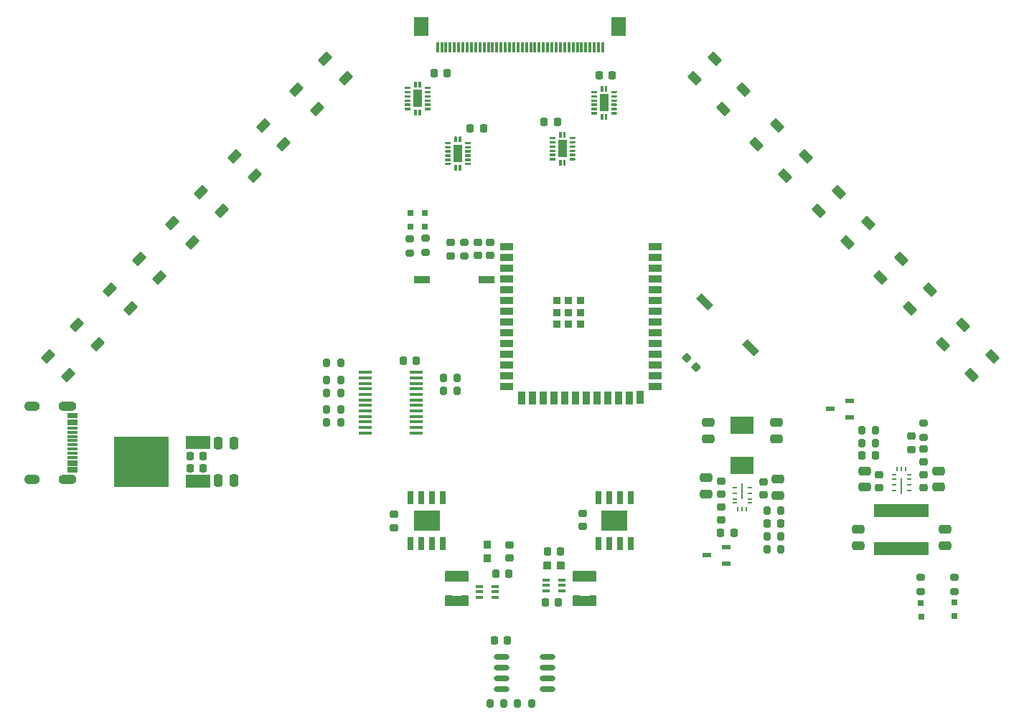
<source format=gbr>
%TF.GenerationSoftware,KiCad,Pcbnew,8.0.1*%
%TF.CreationDate,2024-07-22T13:19:01+02:00*%
%TF.ProjectId,LineFollower_V2,4c696e65-466f-46c6-9c6f-7765725f5632,rev?*%
%TF.SameCoordinates,Original*%
%TF.FileFunction,Paste,Top*%
%TF.FilePolarity,Positive*%
%FSLAX46Y46*%
G04 Gerber Fmt 4.6, Leading zero omitted, Abs format (unit mm)*
G04 Created by KiCad (PCBNEW 8.0.1) date 2024-07-22 13:19:01*
%MOMM*%
%LPD*%
G01*
G04 APERTURE LIST*
G04 Aperture macros list*
%AMRoundRect*
0 Rectangle with rounded corners*
0 $1 Rounding radius*
0 $2 $3 $4 $5 $6 $7 $8 $9 X,Y pos of 4 corners*
0 Add a 4 corners polygon primitive as box body*
4,1,4,$2,$3,$4,$5,$6,$7,$8,$9,$2,$3,0*
0 Add four circle primitives for the rounded corners*
1,1,$1+$1,$2,$3*
1,1,$1+$1,$4,$5*
1,1,$1+$1,$6,$7*
1,1,$1+$1,$8,$9*
0 Add four rect primitives between the rounded corners*
20,1,$1+$1,$2,$3,$4,$5,0*
20,1,$1+$1,$4,$5,$6,$7,0*
20,1,$1+$1,$6,$7,$8,$9,0*
20,1,$1+$1,$8,$9,$2,$3,0*%
%AMRotRect*
0 Rectangle, with rotation*
0 The origin of the aperture is its center*
0 $1 length*
0 $2 width*
0 $3 Rotation angle, in degrees counterclockwise*
0 Add horizontal line*
21,1,$1,$2,0,0,$3*%
G04 Aperture macros list end*
%ADD10C,0.000000*%
%ADD11RoundRect,0.225000X0.225000X0.250000X-0.225000X0.250000X-0.225000X-0.250000X0.225000X-0.250000X0*%
%ADD12RotRect,1.500000X1.000000X313.000000*%
%ADD13RoundRect,0.250000X0.475000X-0.250000X0.475000X0.250000X-0.475000X0.250000X-0.475000X-0.250000X0*%
%ADD14R,0.600000X0.250000*%
%ADD15R,0.250000X0.600000*%
%ADD16R,0.250000X1.825000*%
%ADD17RoundRect,0.225000X0.250000X-0.225000X0.250000X0.225000X-0.250000X0.225000X-0.250000X-0.225000X0*%
%ADD18R,2.808000X1.282500*%
%ADD19RoundRect,0.200000X0.200000X0.275000X-0.200000X0.275000X-0.200000X-0.275000X0.200000X-0.275000X0*%
%ADD20RoundRect,0.200000X-0.200000X-0.275000X0.200000X-0.275000X0.200000X0.275000X-0.200000X0.275000X0*%
%ADD21RoundRect,0.250000X-0.475000X0.250000X-0.475000X-0.250000X0.475000X-0.250000X0.475000X0.250000X0*%
%ADD22RoundRect,0.225000X-0.250000X0.225000X-0.250000X-0.225000X0.250000X-0.225000X0.250000X0.225000X0*%
%ADD23RotRect,1.500000X1.000000X47.000000*%
%ADD24RoundRect,0.225000X-0.335876X-0.017678X-0.017678X-0.335876X0.335876X0.017678X0.017678X0.335876X0*%
%ADD25R,0.280000X0.665000*%
%ADD26R,0.665000X0.280000*%
%ADD27R,1.000000X2.000000*%
%ADD28RoundRect,0.225000X-0.225000X-0.250000X0.225000X-0.250000X0.225000X0.250000X-0.225000X0.250000X0*%
%ADD29R,0.800000X0.800000*%
%ADD30R,1.070000X0.532000*%
%ADD31R,1.920000X0.840000*%
%ADD32O,1.865000X0.630000*%
%ADD33RotRect,0.840000X1.920000X45.000000*%
%ADD34RoundRect,0.200000X0.275000X-0.200000X0.275000X0.200000X-0.275000X0.200000X-0.275000X-0.200000X0*%
%ADD35RoundRect,0.200000X-0.275000X0.200000X-0.275000X-0.200000X0.275000X-0.200000X0.275000X0.200000X0*%
%ADD36R,1.500000X0.900000*%
%ADD37R,0.900000X1.500000*%
%ADD38R,0.900000X0.900000*%
%ADD39R,3.000000X1.600000*%
%ADD40R,6.500000X6.000000*%
%ADD41R,0.300000X1.250000*%
%ADD42R,1.800000X2.200000*%
%ADD43R,6.500000X1.580000*%
%ADD44R,0.806500X0.864000*%
%ADD45R,0.900000X0.400000*%
%ADD46R,2.700000X2.050000*%
%ADD47R,1.150000X0.300000*%
%ADD48R,0.650000X1.525000*%
%ADD49R,3.100000X2.400000*%
%ADD50RoundRect,0.250000X-0.250000X-0.475000X0.250000X-0.475000X0.250000X0.475000X-0.250000X0.475000X0*%
%ADD51R,0.864000X0.806500*%
%ADD52R,1.650000X0.400000*%
G04 APERTURE END LIST*
D10*
%TO.C,R22*%
G36*
X135904000Y-98892500D02*
G01*
X135904000Y-99975000D01*
X135804000Y-100075000D01*
X135077500Y-100075000D01*
X134977500Y-99975000D01*
X134977500Y-99739000D01*
X134877500Y-99639000D01*
X134122500Y-99639000D01*
X134022500Y-99739000D01*
X134022500Y-99975000D01*
X133922500Y-100075000D01*
X133196000Y-100075000D01*
X133096000Y-99975000D01*
X133096000Y-98892500D01*
X133196000Y-98792500D01*
X135804000Y-98792500D01*
X135904000Y-98892500D01*
G37*
G36*
X134022500Y-101775000D02*
G01*
X134022500Y-102011000D01*
X134122500Y-102111000D01*
X134877500Y-102111000D01*
X134977500Y-102011000D01*
X134977500Y-101775000D01*
X135077500Y-101675000D01*
X135804000Y-101675000D01*
X135904000Y-101775000D01*
X135904000Y-102857500D01*
X135804000Y-102957500D01*
X133196000Y-102957500D01*
X133096000Y-102857500D01*
X133096000Y-101775000D01*
X133196000Y-101675000D01*
X133922500Y-101675000D01*
X134022500Y-101775000D01*
G37*
%TO.C,IC8*%
G36*
X151082500Y-42390000D02*
G01*
X150417500Y-42390000D01*
X150417500Y-42110000D01*
X151082500Y-42110000D01*
X151082500Y-42390000D01*
G37*
G36*
X151082500Y-42890000D02*
G01*
X150417500Y-42890000D01*
X150417500Y-42610000D01*
X151082500Y-42610000D01*
X151082500Y-42890000D01*
G37*
G36*
X151082500Y-43390000D02*
G01*
X150417500Y-43390000D01*
X150417500Y-43110000D01*
X151082500Y-43110000D01*
X151082500Y-43390000D01*
G37*
G36*
X151082500Y-43890000D02*
G01*
X150417500Y-43890000D01*
X150417500Y-43610000D01*
X151082500Y-43610000D01*
X151082500Y-43890000D01*
G37*
G36*
X151082500Y-44390000D02*
G01*
X150417500Y-44390000D01*
X150417500Y-44110000D01*
X151082500Y-44110000D01*
X151082500Y-44390000D01*
G37*
G36*
X151082500Y-44890000D02*
G01*
X150417500Y-44890000D01*
X150417500Y-44610000D01*
X151082500Y-44610000D01*
X151082500Y-44890000D01*
G37*
G36*
X152307500Y-44300000D02*
G01*
X151507500Y-44300000D01*
X151507500Y-42700000D01*
X152307500Y-42700000D01*
X152307500Y-44300000D01*
G37*
G36*
X151797500Y-42175000D02*
G01*
X151517500Y-42175000D01*
X151517500Y-41510000D01*
X151797500Y-41510000D01*
X151797500Y-42175000D01*
G37*
G36*
X151797500Y-45490000D02*
G01*
X151517500Y-45490000D01*
X151517500Y-44825000D01*
X151797500Y-44825000D01*
X151797500Y-45490000D01*
G37*
G36*
X152297500Y-42175000D02*
G01*
X152017500Y-42175000D01*
X152017500Y-41510000D01*
X152297500Y-41510000D01*
X152297500Y-42175000D01*
G37*
G36*
X152297500Y-45490000D02*
G01*
X152017500Y-45490000D01*
X152017500Y-44825000D01*
X152297500Y-44825000D01*
X152297500Y-45490000D01*
G37*
G36*
X153397500Y-42390000D02*
G01*
X152732500Y-42390000D01*
X152732500Y-42110000D01*
X153397500Y-42110000D01*
X153397500Y-42390000D01*
G37*
G36*
X153397500Y-42890000D02*
G01*
X152732500Y-42890000D01*
X152732500Y-42610000D01*
X153397500Y-42610000D01*
X153397500Y-42890000D01*
G37*
G36*
X153397500Y-43390000D02*
G01*
X152732500Y-43390000D01*
X152732500Y-43110000D01*
X153397500Y-43110000D01*
X153397500Y-43390000D01*
G37*
G36*
X153397500Y-43890000D02*
G01*
X152732500Y-43890000D01*
X152732500Y-43610000D01*
X153397500Y-43610000D01*
X153397500Y-43890000D01*
G37*
G36*
X153397500Y-44390000D02*
G01*
X152732500Y-44390000D01*
X152732500Y-44110000D01*
X153397500Y-44110000D01*
X153397500Y-44390000D01*
G37*
G36*
X153397500Y-44890000D02*
G01*
X152732500Y-44890000D01*
X152732500Y-44610000D01*
X153397500Y-44610000D01*
X153397500Y-44890000D01*
G37*
%TO.C,R21*%
G36*
X151029000Y-98892500D02*
G01*
X151029000Y-99975000D01*
X150929000Y-100075000D01*
X150202500Y-100075000D01*
X150102500Y-99975000D01*
X150102500Y-99739000D01*
X150002500Y-99639000D01*
X149247500Y-99639000D01*
X149147500Y-99739000D01*
X149147500Y-99975000D01*
X149047500Y-100075000D01*
X148321000Y-100075000D01*
X148221000Y-99975000D01*
X148221000Y-98892500D01*
X148321000Y-98792500D01*
X150929000Y-98792500D01*
X151029000Y-98892500D01*
G37*
G36*
X149147500Y-101775000D02*
G01*
X149147500Y-102011000D01*
X149247500Y-102111000D01*
X150002500Y-102111000D01*
X150102500Y-102011000D01*
X150102500Y-101775000D01*
X150202500Y-101675000D01*
X150929000Y-101675000D01*
X151029000Y-101775000D01*
X151029000Y-102857500D01*
X150929000Y-102957500D01*
X148321000Y-102957500D01*
X148221000Y-102857500D01*
X148221000Y-101775000D01*
X148321000Y-101675000D01*
X149047500Y-101675000D01*
X149147500Y-101775000D01*
G37*
%TO.C,IC5*%
G36*
X133832500Y-48390000D02*
G01*
X133167500Y-48390000D01*
X133167500Y-48110000D01*
X133832500Y-48110000D01*
X133832500Y-48390000D01*
G37*
G36*
X133832500Y-48890000D02*
G01*
X133167500Y-48890000D01*
X133167500Y-48610000D01*
X133832500Y-48610000D01*
X133832500Y-48890000D01*
G37*
G36*
X133832500Y-49390000D02*
G01*
X133167500Y-49390000D01*
X133167500Y-49110000D01*
X133832500Y-49110000D01*
X133832500Y-49390000D01*
G37*
G36*
X133832500Y-49890000D02*
G01*
X133167500Y-49890000D01*
X133167500Y-49610000D01*
X133832500Y-49610000D01*
X133832500Y-49890000D01*
G37*
G36*
X133832500Y-50390000D02*
G01*
X133167500Y-50390000D01*
X133167500Y-50110000D01*
X133832500Y-50110000D01*
X133832500Y-50390000D01*
G37*
G36*
X133832500Y-50890000D02*
G01*
X133167500Y-50890000D01*
X133167500Y-50610000D01*
X133832500Y-50610000D01*
X133832500Y-50890000D01*
G37*
G36*
X135057500Y-50300000D02*
G01*
X134257500Y-50300000D01*
X134257500Y-48700000D01*
X135057500Y-48700000D01*
X135057500Y-50300000D01*
G37*
G36*
X134547500Y-48175000D02*
G01*
X134267500Y-48175000D01*
X134267500Y-47510000D01*
X134547500Y-47510000D01*
X134547500Y-48175000D01*
G37*
G36*
X134547500Y-51490000D02*
G01*
X134267500Y-51490000D01*
X134267500Y-50825000D01*
X134547500Y-50825000D01*
X134547500Y-51490000D01*
G37*
G36*
X135047500Y-48175000D02*
G01*
X134767500Y-48175000D01*
X134767500Y-47510000D01*
X135047500Y-47510000D01*
X135047500Y-48175000D01*
G37*
G36*
X135047500Y-51490000D02*
G01*
X134767500Y-51490000D01*
X134767500Y-50825000D01*
X135047500Y-50825000D01*
X135047500Y-51490000D01*
G37*
G36*
X136147500Y-48390000D02*
G01*
X135482500Y-48390000D01*
X135482500Y-48110000D01*
X136147500Y-48110000D01*
X136147500Y-48390000D01*
G37*
G36*
X136147500Y-48890000D02*
G01*
X135482500Y-48890000D01*
X135482500Y-48610000D01*
X136147500Y-48610000D01*
X136147500Y-48890000D01*
G37*
G36*
X136147500Y-49390000D02*
G01*
X135482500Y-49390000D01*
X135482500Y-49110000D01*
X136147500Y-49110000D01*
X136147500Y-49390000D01*
G37*
G36*
X136147500Y-49890000D02*
G01*
X135482500Y-49890000D01*
X135482500Y-49610000D01*
X136147500Y-49610000D01*
X136147500Y-49890000D01*
G37*
G36*
X136147500Y-50390000D02*
G01*
X135482500Y-50390000D01*
X135482500Y-50110000D01*
X136147500Y-50110000D01*
X136147500Y-50390000D01*
G37*
G36*
X136147500Y-50890000D02*
G01*
X135482500Y-50890000D01*
X135482500Y-50610000D01*
X136147500Y-50610000D01*
X136147500Y-50890000D01*
G37*
%TO.C,R24*%
G36*
X145655000Y-97725000D02*
G01*
X145655000Y-97967000D01*
X145285000Y-97967000D01*
X145285000Y-98297000D01*
X145655000Y-98297000D01*
X145655000Y-98525000D01*
X145605000Y-98575000D01*
X144805000Y-98575000D01*
X144755000Y-98525000D01*
X144755000Y-97725000D01*
X144805000Y-97675000D01*
X145605000Y-97675000D01*
X145655000Y-97725000D01*
G37*
G36*
X147245000Y-97725000D02*
G01*
X147245000Y-98525000D01*
X147195000Y-98575000D01*
X146395000Y-98575000D01*
X146345000Y-98525000D01*
X146345000Y-98283000D01*
X146715000Y-98283000D01*
X146715000Y-97953000D01*
X146345000Y-97953000D01*
X146345000Y-97725000D01*
X146395000Y-97675000D01*
X147195000Y-97675000D01*
X147245000Y-97725000D01*
G37*
%TO.C,IC6*%
G36*
X129082500Y-41890000D02*
G01*
X128417500Y-41890000D01*
X128417500Y-41610000D01*
X129082500Y-41610000D01*
X129082500Y-41890000D01*
G37*
G36*
X129082500Y-42390000D02*
G01*
X128417500Y-42390000D01*
X128417500Y-42110000D01*
X129082500Y-42110000D01*
X129082500Y-42390000D01*
G37*
G36*
X129082500Y-42890000D02*
G01*
X128417500Y-42890000D01*
X128417500Y-42610000D01*
X129082500Y-42610000D01*
X129082500Y-42890000D01*
G37*
G36*
X129082500Y-43390000D02*
G01*
X128417500Y-43390000D01*
X128417500Y-43110000D01*
X129082500Y-43110000D01*
X129082500Y-43390000D01*
G37*
G36*
X129082500Y-43890000D02*
G01*
X128417500Y-43890000D01*
X128417500Y-43610000D01*
X129082500Y-43610000D01*
X129082500Y-43890000D01*
G37*
G36*
X129082500Y-44390000D02*
G01*
X128417500Y-44390000D01*
X128417500Y-44110000D01*
X129082500Y-44110000D01*
X129082500Y-44390000D01*
G37*
G36*
X130307500Y-43800000D02*
G01*
X129507500Y-43800000D01*
X129507500Y-42200000D01*
X130307500Y-42200000D01*
X130307500Y-43800000D01*
G37*
G36*
X129797500Y-41675000D02*
G01*
X129517500Y-41675000D01*
X129517500Y-41010000D01*
X129797500Y-41010000D01*
X129797500Y-41675000D01*
G37*
G36*
X129797500Y-44990000D02*
G01*
X129517500Y-44990000D01*
X129517500Y-44325000D01*
X129797500Y-44325000D01*
X129797500Y-44990000D01*
G37*
G36*
X130297500Y-41675000D02*
G01*
X130017500Y-41675000D01*
X130017500Y-41010000D01*
X130297500Y-41010000D01*
X130297500Y-41675000D01*
G37*
G36*
X130297500Y-44990000D02*
G01*
X130017500Y-44990000D01*
X130017500Y-44325000D01*
X130297500Y-44325000D01*
X130297500Y-44990000D01*
G37*
G36*
X131397500Y-41890000D02*
G01*
X130732500Y-41890000D01*
X130732500Y-41610000D01*
X131397500Y-41610000D01*
X131397500Y-41890000D01*
G37*
G36*
X131397500Y-42390000D02*
G01*
X130732500Y-42390000D01*
X130732500Y-42110000D01*
X131397500Y-42110000D01*
X131397500Y-42390000D01*
G37*
G36*
X131397500Y-42890000D02*
G01*
X130732500Y-42890000D01*
X130732500Y-42610000D01*
X131397500Y-42610000D01*
X131397500Y-42890000D01*
G37*
G36*
X131397500Y-43390000D02*
G01*
X130732500Y-43390000D01*
X130732500Y-43110000D01*
X131397500Y-43110000D01*
X131397500Y-43390000D01*
G37*
G36*
X131397500Y-43890000D02*
G01*
X130732500Y-43890000D01*
X130732500Y-43610000D01*
X131397500Y-43610000D01*
X131397500Y-43890000D01*
G37*
G36*
X131397500Y-44390000D02*
G01*
X130732500Y-44390000D01*
X130732500Y-44110000D01*
X131397500Y-44110000D01*
X131397500Y-44390000D01*
G37*
%TO.C,IC7*%
G36*
X146175000Y-47813000D02*
G01*
X145510000Y-47813000D01*
X145510000Y-47533000D01*
X146175000Y-47533000D01*
X146175000Y-47813000D01*
G37*
G36*
X146175000Y-48313000D02*
G01*
X145510000Y-48313000D01*
X145510000Y-48033000D01*
X146175000Y-48033000D01*
X146175000Y-48313000D01*
G37*
G36*
X146175000Y-48813000D02*
G01*
X145510000Y-48813000D01*
X145510000Y-48533000D01*
X146175000Y-48533000D01*
X146175000Y-48813000D01*
G37*
G36*
X146175000Y-49313000D02*
G01*
X145510000Y-49313000D01*
X145510000Y-49033000D01*
X146175000Y-49033000D01*
X146175000Y-49313000D01*
G37*
G36*
X146175000Y-49813000D02*
G01*
X145510000Y-49813000D01*
X145510000Y-49533000D01*
X146175000Y-49533000D01*
X146175000Y-49813000D01*
G37*
G36*
X146175000Y-50313000D02*
G01*
X145510000Y-50313000D01*
X145510000Y-50033000D01*
X146175000Y-50033000D01*
X146175000Y-50313000D01*
G37*
G36*
X147400000Y-49723000D02*
G01*
X146600000Y-49723000D01*
X146600000Y-48123000D01*
X147400000Y-48123000D01*
X147400000Y-49723000D01*
G37*
G36*
X146890000Y-47598000D02*
G01*
X146610000Y-47598000D01*
X146610000Y-46933000D01*
X146890000Y-46933000D01*
X146890000Y-47598000D01*
G37*
G36*
X146890000Y-50913000D02*
G01*
X146610000Y-50913000D01*
X146610000Y-50248000D01*
X146890000Y-50248000D01*
X146890000Y-50913000D01*
G37*
G36*
X147390000Y-47598000D02*
G01*
X147110000Y-47598000D01*
X147110000Y-46933000D01*
X147390000Y-46933000D01*
X147390000Y-47598000D01*
G37*
G36*
X147390000Y-50913000D02*
G01*
X147110000Y-50913000D01*
X147110000Y-50248000D01*
X147390000Y-50248000D01*
X147390000Y-50913000D01*
G37*
G36*
X148490000Y-47813000D02*
G01*
X147825000Y-47813000D01*
X147825000Y-47533000D01*
X148490000Y-47533000D01*
X148490000Y-47813000D01*
G37*
G36*
X148490000Y-48313000D02*
G01*
X147825000Y-48313000D01*
X147825000Y-48033000D01*
X148490000Y-48033000D01*
X148490000Y-48313000D01*
G37*
G36*
X148490000Y-48813000D02*
G01*
X147825000Y-48813000D01*
X147825000Y-48533000D01*
X148490000Y-48533000D01*
X148490000Y-48813000D01*
G37*
G36*
X148490000Y-49313000D02*
G01*
X147825000Y-49313000D01*
X147825000Y-49033000D01*
X148490000Y-49033000D01*
X148490000Y-49313000D01*
G37*
G36*
X148490000Y-49813000D02*
G01*
X147825000Y-49813000D01*
X147825000Y-49533000D01*
X148490000Y-49533000D01*
X148490000Y-49813000D01*
G37*
G36*
X148490000Y-50313000D02*
G01*
X147825000Y-50313000D01*
X147825000Y-50033000D01*
X148490000Y-50033000D01*
X148490000Y-50313000D01*
G37*
%TO.C,USB1*%
G36*
X89729250Y-83552499D02*
G01*
X88579250Y-83552499D01*
X88579250Y-83252499D01*
X89729250Y-83252499D01*
X89729250Y-83552499D01*
G37*
G36*
X89729250Y-85552499D02*
G01*
X88579250Y-85552499D01*
X88579250Y-85252499D01*
X89729250Y-85252499D01*
X89729250Y-85552499D01*
G37*
G36*
X89729250Y-82552499D02*
G01*
X88579250Y-82552499D01*
X88579250Y-82252499D01*
X89729250Y-82252499D01*
X89729250Y-82552499D01*
G37*
G36*
X89729250Y-83052499D02*
G01*
X88579250Y-83052499D01*
X88579250Y-82752499D01*
X89729250Y-82752499D01*
X89729250Y-83052499D01*
G37*
G36*
X89729250Y-84052499D02*
G01*
X88579250Y-84052499D01*
X88579250Y-83752499D01*
X89729250Y-83752499D01*
X89729250Y-84052499D01*
G37*
G36*
X89729250Y-84552499D02*
G01*
X88579250Y-84552499D01*
X88579250Y-84252499D01*
X89729250Y-84252499D01*
X89729250Y-84552499D01*
G37*
G36*
X89730250Y-82052499D02*
G01*
X88580250Y-82052499D01*
X88580250Y-81752499D01*
X89730250Y-81752499D01*
X89730250Y-82052499D01*
G37*
G36*
X89730250Y-85051999D02*
G01*
X88580250Y-85051999D01*
X88580250Y-84751999D01*
X89730250Y-84751999D01*
X89730250Y-85051999D01*
G37*
G36*
X89729250Y-86852499D02*
G01*
X89729250Y-87152499D01*
X88579250Y-87152499D01*
X88579250Y-86852499D01*
X88579250Y-86552499D01*
X89729250Y-86552499D01*
X89729250Y-86852499D01*
G37*
G36*
X89729250Y-80452499D02*
G01*
X89729250Y-80752499D01*
X88579250Y-80752499D01*
X88579250Y-80452499D01*
X88579250Y-80152499D01*
X89729250Y-80152499D01*
X89729250Y-80452499D01*
G37*
G36*
X89729250Y-81252499D02*
G01*
X89729250Y-81552499D01*
X88579250Y-81552499D01*
X88579250Y-81252499D01*
X88579250Y-80952499D01*
X89729250Y-80952499D01*
X89729250Y-81252499D01*
G37*
G36*
X89729750Y-86052499D02*
G01*
X89729750Y-86352499D01*
X88579750Y-86352499D01*
X88579750Y-86052499D01*
X88579750Y-85752499D01*
X89729750Y-85752499D01*
X89729750Y-86052499D01*
G37*
G36*
X84786750Y-87422999D02*
G01*
X84813750Y-87425499D01*
X84841250Y-87428499D01*
X84868250Y-87433499D01*
X84894750Y-87439499D01*
X84921250Y-87446999D01*
X84947250Y-87455499D01*
X84972750Y-87465499D01*
X84997750Y-87476999D01*
X85022250Y-87489499D01*
X85045750Y-87502999D01*
X85068750Y-87517999D01*
X85091250Y-87533999D01*
X85112750Y-87550999D01*
X85133250Y-87569499D01*
X85152750Y-87588499D01*
X85171750Y-87608499D01*
X85189250Y-87629499D01*
X85205750Y-87651499D01*
X85221250Y-87673999D01*
X85235250Y-87697499D01*
X85248750Y-87721499D01*
X85260250Y-87746499D01*
X85271250Y-87771499D01*
X85280250Y-87797499D01*
X85288750Y-87823499D01*
X85295250Y-87849999D01*
X85300750Y-87876999D01*
X85304750Y-87903999D01*
X85307750Y-87931499D01*
X85308750Y-87958999D01*
X85308750Y-87985999D01*
X85307750Y-88013499D01*
X85304750Y-88040999D01*
X85300750Y-88067999D01*
X85295250Y-88094999D01*
X85288750Y-88121499D01*
X85280250Y-88147499D01*
X85271250Y-88173499D01*
X85260250Y-88198499D01*
X85248750Y-88223499D01*
X85235250Y-88247499D01*
X85221250Y-88270999D01*
X85205750Y-88293499D01*
X85189250Y-88315499D01*
X85171750Y-88336499D01*
X85152750Y-88356499D01*
X85133250Y-88375499D01*
X85112750Y-88393999D01*
X85091250Y-88410999D01*
X85068750Y-88426999D01*
X85045750Y-88441999D01*
X85022250Y-88455499D01*
X84997750Y-88467999D01*
X84972750Y-88479499D01*
X84947250Y-88489499D01*
X84921250Y-88497999D01*
X84894750Y-88505499D01*
X84868250Y-88511499D01*
X84841250Y-88516499D01*
X84813750Y-88519999D01*
X84786750Y-88521999D01*
X84759250Y-88522499D01*
X84059250Y-88522499D01*
X84031750Y-88521999D01*
X84004250Y-88519999D01*
X83977250Y-88516499D01*
X83950250Y-88511499D01*
X83923250Y-88505499D01*
X83896750Y-88497999D01*
X83871250Y-88489499D01*
X83845250Y-88479499D01*
X83820250Y-88467999D01*
X83796250Y-88455499D01*
X83772250Y-88441999D01*
X83749250Y-88426999D01*
X83727250Y-88410999D01*
X83705750Y-88393999D01*
X83685250Y-88375499D01*
X83665250Y-88356499D01*
X83646750Y-88336499D01*
X83629250Y-88315499D01*
X83612750Y-88293499D01*
X83597250Y-88270999D01*
X83582750Y-88247499D01*
X83569750Y-88223499D01*
X83557750Y-88198499D01*
X83547250Y-88173499D01*
X83537750Y-88147499D01*
X83529750Y-88121499D01*
X83522750Y-88094999D01*
X83517250Y-88067999D01*
X83513250Y-88040999D01*
X83510750Y-88013499D01*
X83509250Y-87985999D01*
X83509250Y-87958999D01*
X83510750Y-87931499D01*
X83513250Y-87903999D01*
X83517250Y-87876999D01*
X83522750Y-87849999D01*
X83529750Y-87823499D01*
X83537750Y-87797499D01*
X83547250Y-87771499D01*
X83557750Y-87746499D01*
X83569750Y-87721499D01*
X83582750Y-87697499D01*
X83597250Y-87673999D01*
X83612750Y-87651499D01*
X83629250Y-87629499D01*
X83646750Y-87608499D01*
X83665250Y-87588499D01*
X83685250Y-87569499D01*
X83705750Y-87550999D01*
X83727250Y-87533999D01*
X83749250Y-87517999D01*
X83772250Y-87502999D01*
X83796250Y-87489499D01*
X83820250Y-87476999D01*
X83845250Y-87465499D01*
X83871250Y-87455499D01*
X83896750Y-87446999D01*
X83923250Y-87439499D01*
X83950250Y-87433499D01*
X83977250Y-87428499D01*
X84004250Y-87425499D01*
X84031750Y-87422999D01*
X84059250Y-87422499D01*
X84759250Y-87422499D01*
X84786750Y-87422999D01*
G37*
G36*
X84786750Y-78782999D02*
G01*
X84813750Y-78784999D01*
X84841250Y-78788499D01*
X84868250Y-78793499D01*
X84894750Y-78799499D01*
X84921250Y-78806999D01*
X84947250Y-78815499D01*
X84972750Y-78825499D01*
X84997750Y-78836999D01*
X85022250Y-78849499D01*
X85045750Y-78862999D01*
X85068750Y-78877999D01*
X85091250Y-78893999D01*
X85112750Y-78910999D01*
X85133250Y-78929499D01*
X85152750Y-78948499D01*
X85171750Y-78968499D01*
X85189250Y-78989499D01*
X85205750Y-79011499D01*
X85221250Y-79033999D01*
X85235250Y-79057499D01*
X85248750Y-79081499D01*
X85260250Y-79106499D01*
X85271250Y-79131499D01*
X85280250Y-79157499D01*
X85288750Y-79183499D01*
X85295250Y-79209999D01*
X85300750Y-79236999D01*
X85304750Y-79263999D01*
X85307750Y-79291499D01*
X85308750Y-79318999D01*
X85308750Y-79345999D01*
X85307750Y-79373499D01*
X85304750Y-79400999D01*
X85300750Y-79427999D01*
X85295250Y-79454999D01*
X85288750Y-79481499D01*
X85280250Y-79507499D01*
X85271250Y-79533499D01*
X85260250Y-79558499D01*
X85248750Y-79583499D01*
X85235250Y-79607499D01*
X85221250Y-79630999D01*
X85205750Y-79653499D01*
X85189250Y-79675499D01*
X85171750Y-79696499D01*
X85152750Y-79716499D01*
X85133250Y-79735499D01*
X85112750Y-79753999D01*
X85091250Y-79770999D01*
X85068750Y-79786999D01*
X85045750Y-79801999D01*
X85022250Y-79815499D01*
X84997750Y-79827999D01*
X84972750Y-79839499D01*
X84947250Y-79849499D01*
X84921250Y-79857999D01*
X84894750Y-79865499D01*
X84868250Y-79871499D01*
X84841250Y-79876499D01*
X84813750Y-79879499D01*
X84786750Y-79881999D01*
X84759250Y-79882499D01*
X84059250Y-79882499D01*
X84031750Y-79881999D01*
X84004250Y-79879499D01*
X83977250Y-79876499D01*
X83950250Y-79871499D01*
X83923250Y-79865499D01*
X83896750Y-79857999D01*
X83871250Y-79849499D01*
X83845250Y-79839499D01*
X83820250Y-79827999D01*
X83796250Y-79815499D01*
X83772250Y-79801999D01*
X83749250Y-79786999D01*
X83727250Y-79770999D01*
X83705750Y-79753999D01*
X83685250Y-79735499D01*
X83665250Y-79716499D01*
X83646750Y-79696499D01*
X83629250Y-79675499D01*
X83612750Y-79653499D01*
X83597250Y-79630999D01*
X83582750Y-79607499D01*
X83569750Y-79583499D01*
X83557750Y-79558499D01*
X83547250Y-79533499D01*
X83537750Y-79507499D01*
X83529750Y-79481499D01*
X83522750Y-79454999D01*
X83517250Y-79427999D01*
X83513250Y-79400999D01*
X83510750Y-79373499D01*
X83509250Y-79345999D01*
X83509250Y-79318999D01*
X83510750Y-79291499D01*
X83513250Y-79263999D01*
X83517250Y-79236999D01*
X83522750Y-79209999D01*
X83529750Y-79183499D01*
X83537750Y-79157499D01*
X83547250Y-79131499D01*
X83557750Y-79106499D01*
X83569750Y-79081499D01*
X83582750Y-79057499D01*
X83597250Y-79033999D01*
X83612750Y-79011499D01*
X83629250Y-78989499D01*
X83646750Y-78968499D01*
X83665250Y-78948499D01*
X83685250Y-78929499D01*
X83705750Y-78910999D01*
X83727250Y-78893999D01*
X83749250Y-78877999D01*
X83772250Y-78862999D01*
X83796250Y-78849499D01*
X83820250Y-78836999D01*
X83845250Y-78825499D01*
X83871250Y-78815499D01*
X83896750Y-78806999D01*
X83923250Y-78799499D01*
X83950250Y-78793499D01*
X83977250Y-78788499D01*
X84004250Y-78784999D01*
X84031750Y-78782999D01*
X84059250Y-78782499D01*
X84759250Y-78782499D01*
X84786750Y-78782999D01*
G37*
G36*
X89116750Y-78782999D02*
G01*
X89143750Y-78784999D01*
X89171250Y-78788499D01*
X89198250Y-78793499D01*
X89224750Y-78799499D01*
X89251250Y-78806999D01*
X89277250Y-78815499D01*
X89302750Y-78825499D01*
X89327750Y-78836999D01*
X89352250Y-78849499D01*
X89375750Y-78862999D01*
X89399250Y-78877999D01*
X89421250Y-78893999D01*
X89442750Y-78910999D01*
X89463250Y-78929499D01*
X89482750Y-78948499D01*
X89501750Y-78968499D01*
X89519250Y-78989499D01*
X89535750Y-79011499D01*
X89551250Y-79033999D01*
X89565750Y-79057499D01*
X89578750Y-79081499D01*
X89590750Y-79106499D01*
X89601250Y-79131499D01*
X89610750Y-79157499D01*
X89618750Y-79183499D01*
X89625250Y-79209999D01*
X89630750Y-79236999D01*
X89634750Y-79263999D01*
X89637750Y-79291499D01*
X89639250Y-79318999D01*
X89639250Y-79345999D01*
X89637750Y-79373499D01*
X89634750Y-79400999D01*
X89630750Y-79427999D01*
X89625250Y-79454999D01*
X89618750Y-79481499D01*
X89610750Y-79507499D01*
X89601250Y-79533499D01*
X89590750Y-79558499D01*
X89578750Y-79583499D01*
X89565750Y-79607499D01*
X89551250Y-79630999D01*
X89535750Y-79653499D01*
X89519250Y-79675499D01*
X89501750Y-79696499D01*
X89482750Y-79716499D01*
X89463250Y-79735499D01*
X89442750Y-79753999D01*
X89421250Y-79770999D01*
X89399250Y-79786999D01*
X89375750Y-79801999D01*
X89352250Y-79815499D01*
X89327750Y-79827999D01*
X89302750Y-79839499D01*
X89277250Y-79849499D01*
X89251250Y-79857999D01*
X89224750Y-79865499D01*
X89198250Y-79871499D01*
X89171250Y-79876499D01*
X89143750Y-79879499D01*
X89116750Y-79881999D01*
X89089250Y-79882499D01*
X88089250Y-79882499D01*
X88061750Y-79881999D01*
X88034250Y-79879499D01*
X88007250Y-79876499D01*
X87980250Y-79871499D01*
X87953250Y-79865499D01*
X87927250Y-79857999D01*
X87901250Y-79849499D01*
X87875750Y-79839499D01*
X87850750Y-79827999D01*
X87826250Y-79815499D01*
X87802250Y-79801999D01*
X87779250Y-79786999D01*
X87757250Y-79770999D01*
X87735750Y-79753999D01*
X87715250Y-79735499D01*
X87695250Y-79716499D01*
X87676750Y-79696499D01*
X87659250Y-79675499D01*
X87642750Y-79653499D01*
X87627250Y-79630999D01*
X87612750Y-79607499D01*
X87599750Y-79583499D01*
X87587750Y-79558499D01*
X87577250Y-79533499D01*
X87567750Y-79507499D01*
X87559750Y-79481499D01*
X87552750Y-79454999D01*
X87547750Y-79427999D01*
X87543250Y-79400999D01*
X87540750Y-79373499D01*
X87539250Y-79345999D01*
X87539250Y-79318999D01*
X87540750Y-79291499D01*
X87543250Y-79263999D01*
X87547750Y-79236999D01*
X87552750Y-79209999D01*
X87559750Y-79183499D01*
X87567750Y-79157499D01*
X87577250Y-79131499D01*
X87587750Y-79106499D01*
X87599750Y-79081499D01*
X87612750Y-79057499D01*
X87627250Y-79033999D01*
X87642750Y-79011499D01*
X87659250Y-78989499D01*
X87676750Y-78968499D01*
X87695250Y-78948499D01*
X87715250Y-78929499D01*
X87735750Y-78910999D01*
X87757250Y-78893999D01*
X87779250Y-78877999D01*
X87802250Y-78862999D01*
X87826250Y-78849499D01*
X87850750Y-78836999D01*
X87875750Y-78825499D01*
X87901250Y-78815499D01*
X87927250Y-78806999D01*
X87953250Y-78799499D01*
X87980250Y-78793499D01*
X88007250Y-78788499D01*
X88034250Y-78784999D01*
X88061750Y-78782999D01*
X88089250Y-78782499D01*
X89089250Y-78782499D01*
X89116750Y-78782999D01*
G37*
G36*
X89116750Y-87422999D02*
G01*
X89143750Y-87425499D01*
X89171250Y-87428499D01*
X89198250Y-87433499D01*
X89224750Y-87439499D01*
X89251250Y-87446999D01*
X89277250Y-87455499D01*
X89302750Y-87465499D01*
X89327750Y-87476999D01*
X89352250Y-87489499D01*
X89375750Y-87502999D01*
X89399250Y-87517999D01*
X89421250Y-87533999D01*
X89442750Y-87550999D01*
X89463250Y-87569499D01*
X89482750Y-87588499D01*
X89501750Y-87608499D01*
X89519250Y-87629499D01*
X89535750Y-87651499D01*
X89551250Y-87673999D01*
X89565750Y-87697499D01*
X89578750Y-87721499D01*
X89590750Y-87746499D01*
X89601250Y-87771499D01*
X89610750Y-87797499D01*
X89618750Y-87823499D01*
X89625250Y-87849999D01*
X89630750Y-87876999D01*
X89634750Y-87903999D01*
X89637750Y-87931499D01*
X89639250Y-87958999D01*
X89639250Y-87985999D01*
X89637750Y-88013499D01*
X89634750Y-88040999D01*
X89630750Y-88067999D01*
X89625250Y-88094999D01*
X89618750Y-88121499D01*
X89610750Y-88147499D01*
X89601250Y-88173499D01*
X89590750Y-88198499D01*
X89578750Y-88223499D01*
X89565750Y-88247499D01*
X89551250Y-88270999D01*
X89535750Y-88293499D01*
X89519250Y-88315499D01*
X89501750Y-88336499D01*
X89482750Y-88356499D01*
X89463250Y-88375499D01*
X89442750Y-88393999D01*
X89421250Y-88410999D01*
X89399250Y-88426999D01*
X89375750Y-88441999D01*
X89352250Y-88455499D01*
X89327750Y-88467999D01*
X89302750Y-88479499D01*
X89277250Y-88489499D01*
X89251250Y-88497999D01*
X89224750Y-88505499D01*
X89198250Y-88511499D01*
X89171250Y-88516499D01*
X89143750Y-88519999D01*
X89116750Y-88521999D01*
X89089250Y-88522499D01*
X88089250Y-88522499D01*
X88061750Y-88521999D01*
X88034250Y-88519999D01*
X88007250Y-88516499D01*
X87980250Y-88511499D01*
X87953250Y-88505499D01*
X87927250Y-88497999D01*
X87901250Y-88489499D01*
X87875750Y-88479499D01*
X87850750Y-88467999D01*
X87826250Y-88455499D01*
X87802250Y-88441999D01*
X87779250Y-88426999D01*
X87757250Y-88410999D01*
X87735750Y-88393999D01*
X87715250Y-88375499D01*
X87695250Y-88356499D01*
X87676750Y-88336499D01*
X87659250Y-88315499D01*
X87642750Y-88293499D01*
X87627250Y-88270999D01*
X87612750Y-88247499D01*
X87599750Y-88223499D01*
X87587750Y-88198499D01*
X87577250Y-88173499D01*
X87567750Y-88147499D01*
X87559750Y-88121499D01*
X87552750Y-88094999D01*
X87547750Y-88067999D01*
X87543250Y-88040999D01*
X87540750Y-88013499D01*
X87539250Y-87985999D01*
X87539250Y-87958999D01*
X87540750Y-87931499D01*
X87543250Y-87903999D01*
X87547750Y-87876999D01*
X87552750Y-87849999D01*
X87559750Y-87823499D01*
X87567750Y-87797499D01*
X87577250Y-87771499D01*
X87587750Y-87746499D01*
X87599750Y-87721499D01*
X87612750Y-87697499D01*
X87627250Y-87673999D01*
X87642750Y-87651499D01*
X87659250Y-87629499D01*
X87676750Y-87608499D01*
X87695250Y-87588499D01*
X87715250Y-87569499D01*
X87735750Y-87550999D01*
X87757250Y-87533999D01*
X87779250Y-87517999D01*
X87802250Y-87502999D01*
X87826250Y-87489499D01*
X87850750Y-87476999D01*
X87875750Y-87465499D01*
X87901250Y-87455499D01*
X87927250Y-87446999D01*
X87953250Y-87439499D01*
X87980250Y-87433499D01*
X88007250Y-87428499D01*
X88034250Y-87425499D01*
X88061750Y-87422999D01*
X88089250Y-87422499D01*
X89089250Y-87422499D01*
X89116750Y-87422999D01*
G37*
%TO.C,R23*%
G36*
X138575000Y-95305000D02*
G01*
X138575000Y-96105000D01*
X138525000Y-96155000D01*
X138283000Y-96155000D01*
X138283000Y-95785000D01*
X137953000Y-95785000D01*
X137953000Y-96155000D01*
X137725000Y-96155000D01*
X137675000Y-96105000D01*
X137675000Y-95305000D01*
X137725000Y-95255000D01*
X138525000Y-95255000D01*
X138575000Y-95305000D01*
G37*
G36*
X137967000Y-97215000D02*
G01*
X138297000Y-97215000D01*
X138297000Y-96845000D01*
X138525000Y-96845000D01*
X138575000Y-96895000D01*
X138575000Y-97695000D01*
X138525000Y-97745000D01*
X137725000Y-97745000D01*
X137675000Y-97695000D01*
X137675000Y-96895000D01*
X137725000Y-96845000D01*
X137967000Y-96845000D01*
X137967000Y-97215000D01*
G37*
%TD*%
D11*
%TO.C,C4*%
X104600000Y-85200000D03*
X103050000Y-85200000D03*
%TD*%
D12*
%TO.C,LED11*%
X186958525Y-61908006D03*
X184545057Y-64158601D03*
X187955049Y-67815370D03*
X190368517Y-65564775D03*
%TD*%
D13*
%TO.C,C20*%
X191380000Y-88867500D03*
X191380000Y-86967500D03*
%TD*%
D14*
%TO.C,IC3*%
X167300000Y-88962500D03*
X167300000Y-89612500D03*
X167300000Y-90262500D03*
X167300000Y-90762500D03*
D15*
X167700000Y-91487500D03*
X168200000Y-91487500D03*
X168700000Y-91487500D03*
D14*
X169100000Y-90762500D03*
X169100000Y-90262500D03*
X169100000Y-89612500D03*
X169100000Y-88962500D03*
D16*
X168200000Y-89412500D03*
%TD*%
D17*
%TO.C,C5*%
X136990000Y-61550000D03*
X136990000Y-60000000D03*
%TD*%
D18*
%TO.C,R22*%
X134500000Y-102316000D03*
X134500000Y-99434000D03*
%TD*%
D19*
%TO.C,R6*%
X172775000Y-96200000D03*
X171125000Y-96200000D03*
%TD*%
D13*
%TO.C,C24*%
X192130000Y-95792500D03*
X192130000Y-93892500D03*
%TD*%
D20*
%TO.C,R9*%
X171125000Y-94700000D03*
X172775000Y-94700000D03*
%TD*%
D19*
%TO.C,R11*%
X183955000Y-82167500D03*
X182305000Y-82167500D03*
%TD*%
D21*
%TO.C,C25*%
X164200000Y-81275000D03*
X164200000Y-83175000D03*
%TD*%
D22*
%TO.C,C8*%
X133800000Y-60025000D03*
X133800000Y-61575000D03*
%TD*%
D23*
%TO.C,LED7*%
X115607004Y-41978618D03*
X118020472Y-44229213D03*
X121430464Y-40572444D03*
X119016996Y-38321849D03*
%TD*%
D24*
%TO.C,C7*%
X161653984Y-73653984D03*
X162750000Y-74750000D03*
%TD*%
D25*
%TO.C,IC8*%
X151657500Y-41842500D03*
D26*
X150750000Y-42250000D03*
X150750000Y-42750000D03*
X150750000Y-43250000D03*
X150750000Y-43750000D03*
X150750000Y-44250000D03*
X150750000Y-44750000D03*
D25*
X151657500Y-45157500D03*
X152157500Y-45157500D03*
D26*
X153065000Y-44750000D03*
X153065000Y-44250000D03*
X153065000Y-43750000D03*
X153065000Y-43250000D03*
X153065000Y-42750000D03*
X153065000Y-42250000D03*
D25*
X152157500Y-41842500D03*
D27*
X151907500Y-43500000D03*
%TD*%
D28*
%TO.C,C29*%
X139100000Y-99125000D03*
X140650000Y-99125000D03*
%TD*%
D19*
%TO.C,R18*%
X120825000Y-79750000D03*
X119175000Y-79750000D03*
%TD*%
D18*
%TO.C,R21*%
X149625000Y-99434000D03*
X149625000Y-102316000D03*
%TD*%
D13*
%TO.C,C26*%
X181880000Y-95792500D03*
X181880000Y-93892500D03*
%TD*%
D28*
%TO.C,C34*%
X144825000Y-45800000D03*
X146375000Y-45800000D03*
%TD*%
D29*
%TO.C,LED13*%
X130743000Y-56500000D03*
X130750000Y-58099000D03*
%TD*%
D28*
%TO.C,C36*%
X131825000Y-40000000D03*
X133375000Y-40000000D03*
%TD*%
D20*
%TO.C,R20*%
X138442500Y-114460000D03*
X140092500Y-114460000D03*
%TD*%
D30*
%TO.C,Q1*%
X166335000Y-97905000D03*
X166335000Y-95995000D03*
X164065000Y-96950000D03*
%TD*%
D22*
%TO.C,C38*%
X127125000Y-92100000D03*
X127125000Y-93650000D03*
%TD*%
D31*
%TO.C,SW2*%
X138010000Y-64400000D03*
X130390000Y-64400000D03*
%TD*%
D23*
%TO.C,LED3*%
X86281075Y-73426827D03*
X88694543Y-75677422D03*
X92104535Y-72020653D03*
X89691067Y-69770058D03*
%TD*%
D11*
%TO.C,C21*%
X172725000Y-93200000D03*
X171175000Y-93200000D03*
%TD*%
D32*
%TO.C,IC10*%
X139835000Y-108930000D03*
X139835000Y-110200000D03*
X139835000Y-111470000D03*
X139835000Y-112740000D03*
X145200000Y-112740000D03*
X145200000Y-111470000D03*
X145200000Y-110200000D03*
X145200000Y-108930000D03*
%TD*%
D20*
%TO.C,R19*%
X141692500Y-114460000D03*
X143342500Y-114460000D03*
%TD*%
D19*
%TO.C,R16*%
X120825000Y-77750000D03*
X119175000Y-77750000D03*
%TD*%
D33*
%TO.C,SW1*%
X169194077Y-72444077D03*
X163805923Y-67055923D03*
%TD*%
D29*
%TO.C,LED14*%
X129027500Y-56504000D03*
X129034500Y-58103000D03*
%TD*%
D30*
%TO.C,Q2*%
X180890000Y-80622500D03*
X180890000Y-78712500D03*
X178620000Y-79667500D03*
%TD*%
D25*
%TO.C,IC5*%
X134407500Y-47842500D03*
D26*
X133500000Y-48250000D03*
X133500000Y-48750000D03*
X133500000Y-49250000D03*
X133500000Y-49750000D03*
X133500000Y-50250000D03*
X133500000Y-50750000D03*
D25*
X134407500Y-51157500D03*
X134907500Y-51157500D03*
D26*
X135815000Y-50750000D03*
X135815000Y-50250000D03*
X135815000Y-49750000D03*
X135815000Y-49250000D03*
X135815000Y-48750000D03*
X135815000Y-48250000D03*
D25*
X134907500Y-47842500D03*
D27*
X134657500Y-49500000D03*
%TD*%
D34*
%TO.C,R5*%
X189300000Y-101225000D03*
X189300000Y-99575000D03*
%TD*%
D22*
%TO.C,C17*%
X170700000Y-88275000D03*
X170700000Y-89825000D03*
%TD*%
D19*
%TO.C,R12*%
X120825000Y-74250000D03*
X119175000Y-74250000D03*
%TD*%
D12*
%TO.C,LED8*%
X164964078Y-38321849D03*
X162550610Y-40572444D03*
X165960602Y-44229213D03*
X168374070Y-41978618D03*
%TD*%
D17*
%TO.C,C11*%
X165700000Y-89750000D03*
X165700000Y-88200000D03*
%TD*%
D35*
%TO.C,R7*%
X189630000Y-81342500D03*
X189630000Y-82992500D03*
%TD*%
%TO.C,R3*%
X135400000Y-59975000D03*
X135400000Y-61625000D03*
%TD*%
%TO.C,R26*%
X129000000Y-59599000D03*
X129000000Y-61249000D03*
%TD*%
D36*
%TO.C,IC2*%
X140446250Y-60543500D03*
X140446250Y-61813500D03*
X140446250Y-63083500D03*
X140446250Y-64353500D03*
X140446250Y-65623500D03*
X140446250Y-66893500D03*
X140446250Y-68163500D03*
X140446250Y-69433500D03*
X140446250Y-70703500D03*
X140446250Y-71973500D03*
X140446250Y-73243500D03*
X140446250Y-74513500D03*
X140446250Y-75783500D03*
X140446250Y-77053500D03*
D37*
X142211250Y-78333500D03*
X143481250Y-78333500D03*
X144751250Y-78333500D03*
X146021250Y-78333500D03*
X147291250Y-78333500D03*
X148561250Y-78333500D03*
X149831250Y-78333500D03*
X151101250Y-78333500D03*
X152371250Y-78333500D03*
X153641250Y-78333500D03*
X154911250Y-78333500D03*
X156181250Y-78303500D03*
D36*
X157946250Y-77053500D03*
X157946250Y-75783500D03*
X157946250Y-74513500D03*
X157946250Y-73243500D03*
X157946250Y-71973500D03*
X157946250Y-70703500D03*
X157946250Y-69433500D03*
X157946250Y-68163500D03*
X157946250Y-66893500D03*
X157946250Y-65623500D03*
X157946250Y-64353500D03*
X157946250Y-63083500D03*
X157946250Y-61813500D03*
X157946250Y-60543500D03*
D38*
X146296250Y-66863500D03*
X146296250Y-68263500D03*
X146296250Y-69663500D03*
X147696250Y-66863500D03*
X147696250Y-68263500D03*
X147696250Y-69663500D03*
X149096250Y-66863500D03*
X149096250Y-68263500D03*
X149096250Y-69663500D03*
%TD*%
D20*
%TO.C,R14*%
X132925000Y-76000000D03*
X134575000Y-76000000D03*
%TD*%
D21*
%TO.C,C15*%
X182630000Y-86967500D03*
X182630000Y-88867500D03*
%TD*%
D19*
%TO.C,R15*%
X120825000Y-81250000D03*
X119175000Y-81250000D03*
%TD*%
D34*
%TO.C,R4*%
X193200000Y-101200000D03*
X193200000Y-99550000D03*
%TD*%
D14*
%TO.C,IC4*%
X187900000Y-89250000D03*
X187900000Y-88600000D03*
X187900000Y-87950000D03*
X187900000Y-87450000D03*
D15*
X187500000Y-86725000D03*
X187000000Y-86725000D03*
X186500000Y-86725000D03*
D14*
X186100000Y-87450000D03*
X186100000Y-87950000D03*
X186100000Y-88600000D03*
X186100000Y-89250000D03*
D16*
X187000000Y-88800000D03*
%TD*%
D39*
%TO.C,IC1*%
X104028000Y-88195998D03*
X104028000Y-83625998D03*
D40*
X97343000Y-85910998D03*
%TD*%
D17*
%TO.C,C10*%
X188130000Y-84442500D03*
X188130000Y-82892500D03*
%TD*%
D11*
%TO.C,C27*%
X129775000Y-74000000D03*
X128225000Y-74000000D03*
%TD*%
D23*
%TO.C,LED4*%
X93612557Y-65564775D03*
X96026025Y-67815370D03*
X99436017Y-64158601D03*
X97022549Y-61908006D03*
%TD*%
D41*
%TO.C,CON1*%
X151750000Y-37000000D03*
X151250000Y-37000000D03*
X150750000Y-37000000D03*
X150250000Y-37000000D03*
X149750000Y-37000000D03*
X149250000Y-37000000D03*
X148750000Y-37000000D03*
X148250000Y-37000000D03*
X147750000Y-37000000D03*
X147250000Y-37000000D03*
X146750000Y-37000000D03*
X146250000Y-37000000D03*
X145750000Y-37000000D03*
X145250000Y-37000000D03*
X144750000Y-37000000D03*
X144250000Y-37000000D03*
X143750000Y-37000000D03*
X143250000Y-37000000D03*
X142750000Y-37000000D03*
X142250000Y-37000000D03*
X141750000Y-37000000D03*
X141250000Y-37000000D03*
X140750000Y-37000000D03*
X140250000Y-37000000D03*
X139750000Y-37000000D03*
X139250000Y-37000000D03*
X138750000Y-37000000D03*
X138250000Y-37000000D03*
X137750000Y-37000000D03*
X137250000Y-37000000D03*
X136750000Y-37000000D03*
X136250000Y-37000000D03*
X135750000Y-37000000D03*
X135250000Y-37000000D03*
X134750000Y-37000000D03*
X134250000Y-37000000D03*
X133750000Y-37000000D03*
X133250000Y-37000000D03*
X132750000Y-37000000D03*
X132250000Y-37000000D03*
D42*
X130350000Y-34475000D03*
X153650000Y-34475000D03*
%TD*%
D17*
%TO.C,C6*%
X138500000Y-61550000D03*
X138500000Y-60000000D03*
%TD*%
D43*
%TO.C,L2*%
X187000000Y-91657500D03*
X187000000Y-96177500D03*
%TD*%
D17*
%TO.C,C19*%
X184380000Y-88942500D03*
X184380000Y-87392500D03*
%TD*%
D44*
%TO.C,R24*%
X146753500Y-98125000D03*
X145246500Y-98125000D03*
%TD*%
D45*
%TO.C,IC11*%
X139025000Y-101900000D03*
X139025000Y-101250000D03*
X139025000Y-100600000D03*
X137225000Y-100600000D03*
X137225000Y-101250000D03*
X137225000Y-101900000D03*
%TD*%
D25*
%TO.C,IC6*%
X129657500Y-41342500D03*
D26*
X128750000Y-41750000D03*
X128750000Y-42250000D03*
X128750000Y-42750000D03*
X128750000Y-43250000D03*
X128750000Y-43750000D03*
X128750000Y-44250000D03*
D25*
X129657500Y-44657500D03*
X130157500Y-44657500D03*
D26*
X131065000Y-44250000D03*
X131065000Y-43750000D03*
X131065000Y-43250000D03*
X131065000Y-42750000D03*
X131065000Y-42250000D03*
X131065000Y-41750000D03*
D25*
X130157500Y-41342500D03*
D27*
X129907500Y-43000000D03*
%TD*%
D46*
%TO.C,L1*%
X168200000Y-86325000D03*
X168200000Y-81625000D03*
%TD*%
D45*
%TO.C,IC12*%
X145100000Y-99850000D03*
X145100000Y-100500000D03*
X145100000Y-101150000D03*
X146900000Y-101150000D03*
X146900000Y-100500000D03*
X146900000Y-99850000D03*
%TD*%
D22*
%TO.C,C16*%
X189630000Y-84392500D03*
X189630000Y-85942500D03*
%TD*%
D20*
%TO.C,R13*%
X132925000Y-77500000D03*
X134575000Y-77500000D03*
%TD*%
D25*
%TO.C,IC7*%
X146750000Y-47265500D03*
D26*
X145842500Y-47673000D03*
X145842500Y-48173000D03*
X145842500Y-48673000D03*
X145842500Y-49173000D03*
X145842500Y-49673000D03*
X145842500Y-50173000D03*
D25*
X146750000Y-50580500D03*
X147250000Y-50580500D03*
D26*
X148157500Y-50173000D03*
X148157500Y-49673000D03*
X148157500Y-49173000D03*
X148157500Y-48673000D03*
X148157500Y-48173000D03*
X148157500Y-47673000D03*
D25*
X147250000Y-47265500D03*
D27*
X147000000Y-48923000D03*
%TD*%
D21*
%TO.C,C18*%
X172450000Y-87950000D03*
X172450000Y-89850000D03*
%TD*%
D28*
%TO.C,C22*%
X182355000Y-85167500D03*
X183905000Y-85167500D03*
%TD*%
D35*
%TO.C,R25*%
X130813000Y-59520000D03*
X130813000Y-61170000D03*
%TD*%
D12*
%TO.C,LED9*%
X172295561Y-46183901D03*
X169882093Y-48434496D03*
X173292085Y-52091265D03*
X175705553Y-49840670D03*
%TD*%
D47*
%TO.C,USB1*%
X89154250Y-80302499D03*
X89154250Y-81102499D03*
X89154250Y-82402499D03*
X89154250Y-83402499D03*
X89154250Y-83902499D03*
X89155250Y-84901999D03*
X89154750Y-86202499D03*
X89154250Y-87002499D03*
X89154250Y-86702499D03*
X89154750Y-85902499D03*
X89154250Y-85402499D03*
X89154250Y-84402499D03*
X89154250Y-82902499D03*
X89155250Y-81902499D03*
X89154250Y-81402499D03*
X89154250Y-80602499D03*
%TD*%
D12*
%TO.C,LED12*%
X194290008Y-69770058D03*
X191876540Y-72020653D03*
X195286532Y-75677422D03*
X197700000Y-73426827D03*
%TD*%
D11*
%TO.C,C2*%
X104600000Y-86700000D03*
X103050000Y-86700000D03*
%TD*%
D28*
%TO.C,C9*%
X165675000Y-94275000D03*
X167225000Y-94275000D03*
%TD*%
D29*
%TO.C,LED2*%
X189303500Y-104199500D03*
X189296500Y-102600500D03*
%TD*%
D21*
%TO.C,C23*%
X172200000Y-81275000D03*
X172200000Y-83175000D03*
%TD*%
D23*
%TO.C,LED6*%
X108275522Y-49840670D03*
X110688990Y-52091265D03*
X114098982Y-48434496D03*
X111685514Y-46183901D03*
%TD*%
D20*
%TO.C,R8*%
X171125000Y-91700000D03*
X172775000Y-91700000D03*
%TD*%
D48*
%TO.C,IC14*%
X155030000Y-90163000D03*
X153760000Y-90163000D03*
X152490000Y-90163000D03*
X151220000Y-90163000D03*
X151220000Y-95587000D03*
X152490000Y-95587000D03*
X153760000Y-95587000D03*
X155030000Y-95587000D03*
D49*
X153125000Y-92875000D03*
%TD*%
D11*
%TO.C,C32*%
X146775000Y-96500000D03*
X145225000Y-96500000D03*
%TD*%
D13*
%TO.C,C12*%
X163950000Y-89675000D03*
X163950000Y-87775000D03*
%TD*%
D17*
%TO.C,C13*%
X165700000Y-92750000D03*
X165700000Y-91200000D03*
%TD*%
D19*
%TO.C,R10*%
X183955000Y-83667500D03*
X182305000Y-83667500D03*
%TD*%
D28*
%TO.C,C30*%
X144975000Y-102500000D03*
X146525000Y-102500000D03*
%TD*%
D19*
%TO.C,R17*%
X120825000Y-76250000D03*
X119175000Y-76250000D03*
%TD*%
D50*
%TO.C,C1*%
X106350000Y-88100000D03*
X108250000Y-88100000D03*
%TD*%
D29*
%TO.C,LED1*%
X193203500Y-104099500D03*
X193196500Y-102500500D03*
%TD*%
D51*
%TO.C,R23*%
X138125000Y-97253500D03*
X138125000Y-95746500D03*
%TD*%
D23*
%TO.C,LED5*%
X100944040Y-57702722D03*
X103357508Y-59953317D03*
X106767500Y-56296548D03*
X104354032Y-54045953D03*
%TD*%
D28*
%TO.C,C33*%
X151325000Y-40300000D03*
X152875000Y-40300000D03*
%TD*%
D11*
%TO.C,C28*%
X140525000Y-107000000D03*
X138975000Y-107000000D03*
%TD*%
D50*
%TO.C,C3*%
X106350000Y-83700000D03*
X108250000Y-83700000D03*
%TD*%
D22*
%TO.C,C14*%
X189630000Y-87392500D03*
X189630000Y-88942500D03*
%TD*%
D28*
%TO.C,C35*%
X136125000Y-46500000D03*
X137675000Y-46500000D03*
%TD*%
D12*
%TO.C,LED10*%
X179627043Y-54045953D03*
X177213575Y-56296548D03*
X180623567Y-59953317D03*
X183037035Y-57702722D03*
%TD*%
D22*
%TO.C,C37*%
X149375000Y-91975000D03*
X149375000Y-93525000D03*
%TD*%
D52*
%TO.C,IC9*%
X123707500Y-75350000D03*
X123707500Y-76000000D03*
X123707500Y-76650000D03*
X123707500Y-77300000D03*
X123707500Y-77950000D03*
X123707500Y-78600000D03*
X123707500Y-79250000D03*
X123707500Y-79900000D03*
X123707500Y-80550000D03*
X123707500Y-81200000D03*
X123707500Y-81850000D03*
X123707500Y-82500000D03*
X129752500Y-82500000D03*
X129752500Y-81850000D03*
X129752500Y-81200000D03*
X129752500Y-80550000D03*
X129752500Y-79900000D03*
X129752500Y-79250000D03*
X129752500Y-78600000D03*
X129752500Y-77950000D03*
X129752500Y-77300000D03*
X129752500Y-76650000D03*
X129752500Y-76000000D03*
X129752500Y-75350000D03*
%TD*%
D48*
%TO.C,IC13*%
X132905000Y-90163000D03*
X131635000Y-90163000D03*
X130365000Y-90163000D03*
X129095000Y-90163000D03*
X129095000Y-95587000D03*
X130365000Y-95587000D03*
X131635000Y-95587000D03*
X132905000Y-95587000D03*
D49*
X131000000Y-92875000D03*
%TD*%
D17*
%TO.C,C31*%
X140750000Y-97275000D03*
X140750000Y-95725000D03*
%TD*%
M02*

</source>
